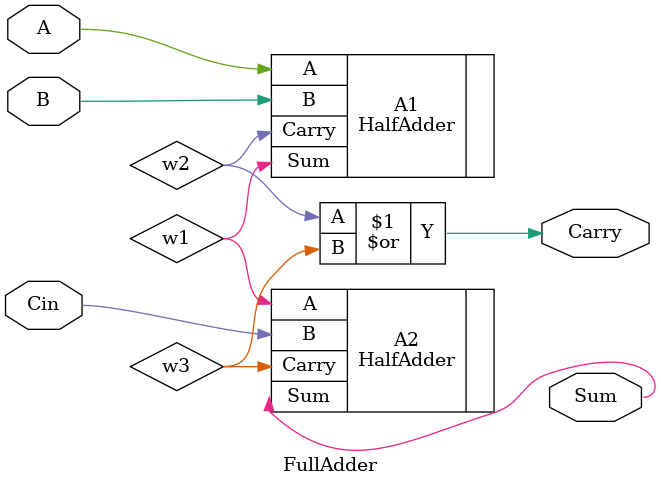
<source format=v>
module FullAdder (Sum, Carry, A, B, Cin);
    output Sum, Carry;
    input A, B, Cin;
    wire w1, w2, w3;

    HalfAdder A1(.Sum(w1), .Carry(w2), .A(A), .B(B));
    HalfAdder A2(.Sum(Sum), .Carry(w3), .A(w1), .B(Cin));
    assign Carry = w2 | w3;
endmodule
</source>
